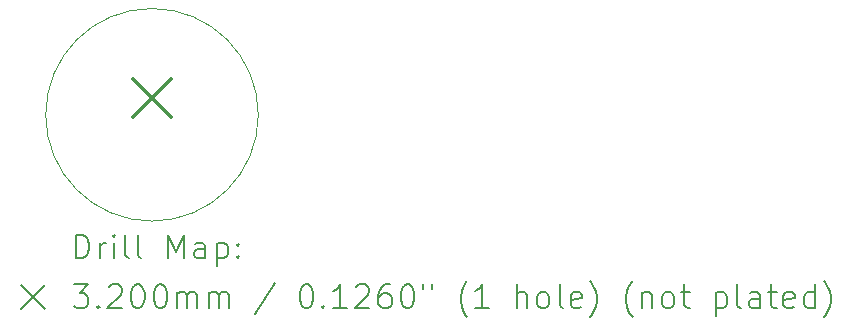
<source format=gbr>
%TF.GenerationSoftware,KiCad,Pcbnew,7.0.7*%
%TF.CreationDate,2024-02-29T18:23:33-07:00*%
%TF.ProjectId,Torpedo Circuit board,546f7270-6564-46f2-9043-697263756974,rev?*%
%TF.SameCoordinates,Original*%
%TF.FileFunction,Drillmap*%
%TF.FilePolarity,Positive*%
%FSLAX45Y45*%
G04 Gerber Fmt 4.5, Leading zero omitted, Abs format (unit mm)*
G04 Created by KiCad (PCBNEW 7.0.7) date 2024-02-29 18:23:33*
%MOMM*%
%LPD*%
G01*
G04 APERTURE LIST*
%ADD10C,0.100000*%
%ADD11C,0.200000*%
%ADD12C,0.320000*%
G04 APERTURE END LIST*
D10*
X15350000Y-11210000D02*
G75*
G03*
X15350000Y-11210000I-900000J0D01*
G01*
D11*
D12*
X14290000Y-10910000D02*
X14610000Y-11230000D01*
X14610000Y-10910000D02*
X14290000Y-11230000D01*
D11*
X13805777Y-12426484D02*
X13805777Y-12226484D01*
X13805777Y-12226484D02*
X13853396Y-12226484D01*
X13853396Y-12226484D02*
X13881967Y-12236008D01*
X13881967Y-12236008D02*
X13901015Y-12255055D01*
X13901015Y-12255055D02*
X13910539Y-12274103D01*
X13910539Y-12274103D02*
X13920062Y-12312198D01*
X13920062Y-12312198D02*
X13920062Y-12340769D01*
X13920062Y-12340769D02*
X13910539Y-12378865D01*
X13910539Y-12378865D02*
X13901015Y-12397912D01*
X13901015Y-12397912D02*
X13881967Y-12416960D01*
X13881967Y-12416960D02*
X13853396Y-12426484D01*
X13853396Y-12426484D02*
X13805777Y-12426484D01*
X14005777Y-12426484D02*
X14005777Y-12293150D01*
X14005777Y-12331246D02*
X14015301Y-12312198D01*
X14015301Y-12312198D02*
X14024824Y-12302674D01*
X14024824Y-12302674D02*
X14043872Y-12293150D01*
X14043872Y-12293150D02*
X14062920Y-12293150D01*
X14129586Y-12426484D02*
X14129586Y-12293150D01*
X14129586Y-12226484D02*
X14120062Y-12236008D01*
X14120062Y-12236008D02*
X14129586Y-12245531D01*
X14129586Y-12245531D02*
X14139110Y-12236008D01*
X14139110Y-12236008D02*
X14129586Y-12226484D01*
X14129586Y-12226484D02*
X14129586Y-12245531D01*
X14253396Y-12426484D02*
X14234348Y-12416960D01*
X14234348Y-12416960D02*
X14224824Y-12397912D01*
X14224824Y-12397912D02*
X14224824Y-12226484D01*
X14358158Y-12426484D02*
X14339110Y-12416960D01*
X14339110Y-12416960D02*
X14329586Y-12397912D01*
X14329586Y-12397912D02*
X14329586Y-12226484D01*
X14586729Y-12426484D02*
X14586729Y-12226484D01*
X14586729Y-12226484D02*
X14653396Y-12369341D01*
X14653396Y-12369341D02*
X14720062Y-12226484D01*
X14720062Y-12226484D02*
X14720062Y-12426484D01*
X14901015Y-12426484D02*
X14901015Y-12321722D01*
X14901015Y-12321722D02*
X14891491Y-12302674D01*
X14891491Y-12302674D02*
X14872443Y-12293150D01*
X14872443Y-12293150D02*
X14834348Y-12293150D01*
X14834348Y-12293150D02*
X14815301Y-12302674D01*
X14901015Y-12416960D02*
X14881967Y-12426484D01*
X14881967Y-12426484D02*
X14834348Y-12426484D01*
X14834348Y-12426484D02*
X14815301Y-12416960D01*
X14815301Y-12416960D02*
X14805777Y-12397912D01*
X14805777Y-12397912D02*
X14805777Y-12378865D01*
X14805777Y-12378865D02*
X14815301Y-12359817D01*
X14815301Y-12359817D02*
X14834348Y-12350293D01*
X14834348Y-12350293D02*
X14881967Y-12350293D01*
X14881967Y-12350293D02*
X14901015Y-12340769D01*
X14996253Y-12293150D02*
X14996253Y-12493150D01*
X14996253Y-12302674D02*
X15015301Y-12293150D01*
X15015301Y-12293150D02*
X15053396Y-12293150D01*
X15053396Y-12293150D02*
X15072443Y-12302674D01*
X15072443Y-12302674D02*
X15081967Y-12312198D01*
X15081967Y-12312198D02*
X15091491Y-12331246D01*
X15091491Y-12331246D02*
X15091491Y-12388388D01*
X15091491Y-12388388D02*
X15081967Y-12407436D01*
X15081967Y-12407436D02*
X15072443Y-12416960D01*
X15072443Y-12416960D02*
X15053396Y-12426484D01*
X15053396Y-12426484D02*
X15015301Y-12426484D01*
X15015301Y-12426484D02*
X14996253Y-12416960D01*
X15177205Y-12407436D02*
X15186729Y-12416960D01*
X15186729Y-12416960D02*
X15177205Y-12426484D01*
X15177205Y-12426484D02*
X15167682Y-12416960D01*
X15167682Y-12416960D02*
X15177205Y-12407436D01*
X15177205Y-12407436D02*
X15177205Y-12426484D01*
X15177205Y-12302674D02*
X15186729Y-12312198D01*
X15186729Y-12312198D02*
X15177205Y-12321722D01*
X15177205Y-12321722D02*
X15167682Y-12312198D01*
X15167682Y-12312198D02*
X15177205Y-12302674D01*
X15177205Y-12302674D02*
X15177205Y-12321722D01*
X13345000Y-12655000D02*
X13545000Y-12855000D01*
X13545000Y-12655000D02*
X13345000Y-12855000D01*
X13786729Y-12646484D02*
X13910539Y-12646484D01*
X13910539Y-12646484D02*
X13843872Y-12722674D01*
X13843872Y-12722674D02*
X13872443Y-12722674D01*
X13872443Y-12722674D02*
X13891491Y-12732198D01*
X13891491Y-12732198D02*
X13901015Y-12741722D01*
X13901015Y-12741722D02*
X13910539Y-12760769D01*
X13910539Y-12760769D02*
X13910539Y-12808388D01*
X13910539Y-12808388D02*
X13901015Y-12827436D01*
X13901015Y-12827436D02*
X13891491Y-12836960D01*
X13891491Y-12836960D02*
X13872443Y-12846484D01*
X13872443Y-12846484D02*
X13815301Y-12846484D01*
X13815301Y-12846484D02*
X13796253Y-12836960D01*
X13796253Y-12836960D02*
X13786729Y-12827436D01*
X13996253Y-12827436D02*
X14005777Y-12836960D01*
X14005777Y-12836960D02*
X13996253Y-12846484D01*
X13996253Y-12846484D02*
X13986729Y-12836960D01*
X13986729Y-12836960D02*
X13996253Y-12827436D01*
X13996253Y-12827436D02*
X13996253Y-12846484D01*
X14081967Y-12665531D02*
X14091491Y-12656008D01*
X14091491Y-12656008D02*
X14110539Y-12646484D01*
X14110539Y-12646484D02*
X14158158Y-12646484D01*
X14158158Y-12646484D02*
X14177205Y-12656008D01*
X14177205Y-12656008D02*
X14186729Y-12665531D01*
X14186729Y-12665531D02*
X14196253Y-12684579D01*
X14196253Y-12684579D02*
X14196253Y-12703627D01*
X14196253Y-12703627D02*
X14186729Y-12732198D01*
X14186729Y-12732198D02*
X14072443Y-12846484D01*
X14072443Y-12846484D02*
X14196253Y-12846484D01*
X14320062Y-12646484D02*
X14339110Y-12646484D01*
X14339110Y-12646484D02*
X14358158Y-12656008D01*
X14358158Y-12656008D02*
X14367682Y-12665531D01*
X14367682Y-12665531D02*
X14377205Y-12684579D01*
X14377205Y-12684579D02*
X14386729Y-12722674D01*
X14386729Y-12722674D02*
X14386729Y-12770293D01*
X14386729Y-12770293D02*
X14377205Y-12808388D01*
X14377205Y-12808388D02*
X14367682Y-12827436D01*
X14367682Y-12827436D02*
X14358158Y-12836960D01*
X14358158Y-12836960D02*
X14339110Y-12846484D01*
X14339110Y-12846484D02*
X14320062Y-12846484D01*
X14320062Y-12846484D02*
X14301015Y-12836960D01*
X14301015Y-12836960D02*
X14291491Y-12827436D01*
X14291491Y-12827436D02*
X14281967Y-12808388D01*
X14281967Y-12808388D02*
X14272443Y-12770293D01*
X14272443Y-12770293D02*
X14272443Y-12722674D01*
X14272443Y-12722674D02*
X14281967Y-12684579D01*
X14281967Y-12684579D02*
X14291491Y-12665531D01*
X14291491Y-12665531D02*
X14301015Y-12656008D01*
X14301015Y-12656008D02*
X14320062Y-12646484D01*
X14510539Y-12646484D02*
X14529586Y-12646484D01*
X14529586Y-12646484D02*
X14548634Y-12656008D01*
X14548634Y-12656008D02*
X14558158Y-12665531D01*
X14558158Y-12665531D02*
X14567682Y-12684579D01*
X14567682Y-12684579D02*
X14577205Y-12722674D01*
X14577205Y-12722674D02*
X14577205Y-12770293D01*
X14577205Y-12770293D02*
X14567682Y-12808388D01*
X14567682Y-12808388D02*
X14558158Y-12827436D01*
X14558158Y-12827436D02*
X14548634Y-12836960D01*
X14548634Y-12836960D02*
X14529586Y-12846484D01*
X14529586Y-12846484D02*
X14510539Y-12846484D01*
X14510539Y-12846484D02*
X14491491Y-12836960D01*
X14491491Y-12836960D02*
X14481967Y-12827436D01*
X14481967Y-12827436D02*
X14472443Y-12808388D01*
X14472443Y-12808388D02*
X14462920Y-12770293D01*
X14462920Y-12770293D02*
X14462920Y-12722674D01*
X14462920Y-12722674D02*
X14472443Y-12684579D01*
X14472443Y-12684579D02*
X14481967Y-12665531D01*
X14481967Y-12665531D02*
X14491491Y-12656008D01*
X14491491Y-12656008D02*
X14510539Y-12646484D01*
X14662920Y-12846484D02*
X14662920Y-12713150D01*
X14662920Y-12732198D02*
X14672443Y-12722674D01*
X14672443Y-12722674D02*
X14691491Y-12713150D01*
X14691491Y-12713150D02*
X14720063Y-12713150D01*
X14720063Y-12713150D02*
X14739110Y-12722674D01*
X14739110Y-12722674D02*
X14748634Y-12741722D01*
X14748634Y-12741722D02*
X14748634Y-12846484D01*
X14748634Y-12741722D02*
X14758158Y-12722674D01*
X14758158Y-12722674D02*
X14777205Y-12713150D01*
X14777205Y-12713150D02*
X14805777Y-12713150D01*
X14805777Y-12713150D02*
X14824824Y-12722674D01*
X14824824Y-12722674D02*
X14834348Y-12741722D01*
X14834348Y-12741722D02*
X14834348Y-12846484D01*
X14929586Y-12846484D02*
X14929586Y-12713150D01*
X14929586Y-12732198D02*
X14939110Y-12722674D01*
X14939110Y-12722674D02*
X14958158Y-12713150D01*
X14958158Y-12713150D02*
X14986729Y-12713150D01*
X14986729Y-12713150D02*
X15005777Y-12722674D01*
X15005777Y-12722674D02*
X15015301Y-12741722D01*
X15015301Y-12741722D02*
X15015301Y-12846484D01*
X15015301Y-12741722D02*
X15024824Y-12722674D01*
X15024824Y-12722674D02*
X15043872Y-12713150D01*
X15043872Y-12713150D02*
X15072443Y-12713150D01*
X15072443Y-12713150D02*
X15091491Y-12722674D01*
X15091491Y-12722674D02*
X15101015Y-12741722D01*
X15101015Y-12741722D02*
X15101015Y-12846484D01*
X15491491Y-12636960D02*
X15320063Y-12894103D01*
X15748634Y-12646484D02*
X15767682Y-12646484D01*
X15767682Y-12646484D02*
X15786729Y-12656008D01*
X15786729Y-12656008D02*
X15796253Y-12665531D01*
X15796253Y-12665531D02*
X15805777Y-12684579D01*
X15805777Y-12684579D02*
X15815301Y-12722674D01*
X15815301Y-12722674D02*
X15815301Y-12770293D01*
X15815301Y-12770293D02*
X15805777Y-12808388D01*
X15805777Y-12808388D02*
X15796253Y-12827436D01*
X15796253Y-12827436D02*
X15786729Y-12836960D01*
X15786729Y-12836960D02*
X15767682Y-12846484D01*
X15767682Y-12846484D02*
X15748634Y-12846484D01*
X15748634Y-12846484D02*
X15729586Y-12836960D01*
X15729586Y-12836960D02*
X15720063Y-12827436D01*
X15720063Y-12827436D02*
X15710539Y-12808388D01*
X15710539Y-12808388D02*
X15701015Y-12770293D01*
X15701015Y-12770293D02*
X15701015Y-12722674D01*
X15701015Y-12722674D02*
X15710539Y-12684579D01*
X15710539Y-12684579D02*
X15720063Y-12665531D01*
X15720063Y-12665531D02*
X15729586Y-12656008D01*
X15729586Y-12656008D02*
X15748634Y-12646484D01*
X15901015Y-12827436D02*
X15910539Y-12836960D01*
X15910539Y-12836960D02*
X15901015Y-12846484D01*
X15901015Y-12846484D02*
X15891491Y-12836960D01*
X15891491Y-12836960D02*
X15901015Y-12827436D01*
X15901015Y-12827436D02*
X15901015Y-12846484D01*
X16101015Y-12846484D02*
X15986729Y-12846484D01*
X16043872Y-12846484D02*
X16043872Y-12646484D01*
X16043872Y-12646484D02*
X16024825Y-12675055D01*
X16024825Y-12675055D02*
X16005777Y-12694103D01*
X16005777Y-12694103D02*
X15986729Y-12703627D01*
X16177206Y-12665531D02*
X16186729Y-12656008D01*
X16186729Y-12656008D02*
X16205777Y-12646484D01*
X16205777Y-12646484D02*
X16253396Y-12646484D01*
X16253396Y-12646484D02*
X16272444Y-12656008D01*
X16272444Y-12656008D02*
X16281967Y-12665531D01*
X16281967Y-12665531D02*
X16291491Y-12684579D01*
X16291491Y-12684579D02*
X16291491Y-12703627D01*
X16291491Y-12703627D02*
X16281967Y-12732198D01*
X16281967Y-12732198D02*
X16167682Y-12846484D01*
X16167682Y-12846484D02*
X16291491Y-12846484D01*
X16462920Y-12646484D02*
X16424825Y-12646484D01*
X16424825Y-12646484D02*
X16405777Y-12656008D01*
X16405777Y-12656008D02*
X16396253Y-12665531D01*
X16396253Y-12665531D02*
X16377206Y-12694103D01*
X16377206Y-12694103D02*
X16367682Y-12732198D01*
X16367682Y-12732198D02*
X16367682Y-12808388D01*
X16367682Y-12808388D02*
X16377206Y-12827436D01*
X16377206Y-12827436D02*
X16386729Y-12836960D01*
X16386729Y-12836960D02*
X16405777Y-12846484D01*
X16405777Y-12846484D02*
X16443872Y-12846484D01*
X16443872Y-12846484D02*
X16462920Y-12836960D01*
X16462920Y-12836960D02*
X16472444Y-12827436D01*
X16472444Y-12827436D02*
X16481967Y-12808388D01*
X16481967Y-12808388D02*
X16481967Y-12760769D01*
X16481967Y-12760769D02*
X16472444Y-12741722D01*
X16472444Y-12741722D02*
X16462920Y-12732198D01*
X16462920Y-12732198D02*
X16443872Y-12722674D01*
X16443872Y-12722674D02*
X16405777Y-12722674D01*
X16405777Y-12722674D02*
X16386729Y-12732198D01*
X16386729Y-12732198D02*
X16377206Y-12741722D01*
X16377206Y-12741722D02*
X16367682Y-12760769D01*
X16605777Y-12646484D02*
X16624825Y-12646484D01*
X16624825Y-12646484D02*
X16643872Y-12656008D01*
X16643872Y-12656008D02*
X16653396Y-12665531D01*
X16653396Y-12665531D02*
X16662920Y-12684579D01*
X16662920Y-12684579D02*
X16672444Y-12722674D01*
X16672444Y-12722674D02*
X16672444Y-12770293D01*
X16672444Y-12770293D02*
X16662920Y-12808388D01*
X16662920Y-12808388D02*
X16653396Y-12827436D01*
X16653396Y-12827436D02*
X16643872Y-12836960D01*
X16643872Y-12836960D02*
X16624825Y-12846484D01*
X16624825Y-12846484D02*
X16605777Y-12846484D01*
X16605777Y-12846484D02*
X16586729Y-12836960D01*
X16586729Y-12836960D02*
X16577206Y-12827436D01*
X16577206Y-12827436D02*
X16567682Y-12808388D01*
X16567682Y-12808388D02*
X16558158Y-12770293D01*
X16558158Y-12770293D02*
X16558158Y-12722674D01*
X16558158Y-12722674D02*
X16567682Y-12684579D01*
X16567682Y-12684579D02*
X16577206Y-12665531D01*
X16577206Y-12665531D02*
X16586729Y-12656008D01*
X16586729Y-12656008D02*
X16605777Y-12646484D01*
X16748634Y-12646484D02*
X16748634Y-12684579D01*
X16824825Y-12646484D02*
X16824825Y-12684579D01*
X17120063Y-12922674D02*
X17110539Y-12913150D01*
X17110539Y-12913150D02*
X17091491Y-12884579D01*
X17091491Y-12884579D02*
X17081968Y-12865531D01*
X17081968Y-12865531D02*
X17072444Y-12836960D01*
X17072444Y-12836960D02*
X17062920Y-12789341D01*
X17062920Y-12789341D02*
X17062920Y-12751246D01*
X17062920Y-12751246D02*
X17072444Y-12703627D01*
X17072444Y-12703627D02*
X17081968Y-12675055D01*
X17081968Y-12675055D02*
X17091491Y-12656008D01*
X17091491Y-12656008D02*
X17110539Y-12627436D01*
X17110539Y-12627436D02*
X17120063Y-12617912D01*
X17301015Y-12846484D02*
X17186730Y-12846484D01*
X17243872Y-12846484D02*
X17243872Y-12646484D01*
X17243872Y-12646484D02*
X17224825Y-12675055D01*
X17224825Y-12675055D02*
X17205777Y-12694103D01*
X17205777Y-12694103D02*
X17186730Y-12703627D01*
X17539111Y-12846484D02*
X17539111Y-12646484D01*
X17624825Y-12846484D02*
X17624825Y-12741722D01*
X17624825Y-12741722D02*
X17615301Y-12722674D01*
X17615301Y-12722674D02*
X17596253Y-12713150D01*
X17596253Y-12713150D02*
X17567682Y-12713150D01*
X17567682Y-12713150D02*
X17548634Y-12722674D01*
X17548634Y-12722674D02*
X17539111Y-12732198D01*
X17748634Y-12846484D02*
X17729587Y-12836960D01*
X17729587Y-12836960D02*
X17720063Y-12827436D01*
X17720063Y-12827436D02*
X17710539Y-12808388D01*
X17710539Y-12808388D02*
X17710539Y-12751246D01*
X17710539Y-12751246D02*
X17720063Y-12732198D01*
X17720063Y-12732198D02*
X17729587Y-12722674D01*
X17729587Y-12722674D02*
X17748634Y-12713150D01*
X17748634Y-12713150D02*
X17777206Y-12713150D01*
X17777206Y-12713150D02*
X17796253Y-12722674D01*
X17796253Y-12722674D02*
X17805777Y-12732198D01*
X17805777Y-12732198D02*
X17815301Y-12751246D01*
X17815301Y-12751246D02*
X17815301Y-12808388D01*
X17815301Y-12808388D02*
X17805777Y-12827436D01*
X17805777Y-12827436D02*
X17796253Y-12836960D01*
X17796253Y-12836960D02*
X17777206Y-12846484D01*
X17777206Y-12846484D02*
X17748634Y-12846484D01*
X17929587Y-12846484D02*
X17910539Y-12836960D01*
X17910539Y-12836960D02*
X17901015Y-12817912D01*
X17901015Y-12817912D02*
X17901015Y-12646484D01*
X18081968Y-12836960D02*
X18062920Y-12846484D01*
X18062920Y-12846484D02*
X18024825Y-12846484D01*
X18024825Y-12846484D02*
X18005777Y-12836960D01*
X18005777Y-12836960D02*
X17996253Y-12817912D01*
X17996253Y-12817912D02*
X17996253Y-12741722D01*
X17996253Y-12741722D02*
X18005777Y-12722674D01*
X18005777Y-12722674D02*
X18024825Y-12713150D01*
X18024825Y-12713150D02*
X18062920Y-12713150D01*
X18062920Y-12713150D02*
X18081968Y-12722674D01*
X18081968Y-12722674D02*
X18091492Y-12741722D01*
X18091492Y-12741722D02*
X18091492Y-12760769D01*
X18091492Y-12760769D02*
X17996253Y-12779817D01*
X18158158Y-12922674D02*
X18167682Y-12913150D01*
X18167682Y-12913150D02*
X18186730Y-12884579D01*
X18186730Y-12884579D02*
X18196253Y-12865531D01*
X18196253Y-12865531D02*
X18205777Y-12836960D01*
X18205777Y-12836960D02*
X18215301Y-12789341D01*
X18215301Y-12789341D02*
X18215301Y-12751246D01*
X18215301Y-12751246D02*
X18205777Y-12703627D01*
X18205777Y-12703627D02*
X18196253Y-12675055D01*
X18196253Y-12675055D02*
X18186730Y-12656008D01*
X18186730Y-12656008D02*
X18167682Y-12627436D01*
X18167682Y-12627436D02*
X18158158Y-12617912D01*
X18520063Y-12922674D02*
X18510539Y-12913150D01*
X18510539Y-12913150D02*
X18491492Y-12884579D01*
X18491492Y-12884579D02*
X18481968Y-12865531D01*
X18481968Y-12865531D02*
X18472444Y-12836960D01*
X18472444Y-12836960D02*
X18462920Y-12789341D01*
X18462920Y-12789341D02*
X18462920Y-12751246D01*
X18462920Y-12751246D02*
X18472444Y-12703627D01*
X18472444Y-12703627D02*
X18481968Y-12675055D01*
X18481968Y-12675055D02*
X18491492Y-12656008D01*
X18491492Y-12656008D02*
X18510539Y-12627436D01*
X18510539Y-12627436D02*
X18520063Y-12617912D01*
X18596253Y-12713150D02*
X18596253Y-12846484D01*
X18596253Y-12732198D02*
X18605777Y-12722674D01*
X18605777Y-12722674D02*
X18624825Y-12713150D01*
X18624825Y-12713150D02*
X18653396Y-12713150D01*
X18653396Y-12713150D02*
X18672444Y-12722674D01*
X18672444Y-12722674D02*
X18681968Y-12741722D01*
X18681968Y-12741722D02*
X18681968Y-12846484D01*
X18805777Y-12846484D02*
X18786730Y-12836960D01*
X18786730Y-12836960D02*
X18777206Y-12827436D01*
X18777206Y-12827436D02*
X18767682Y-12808388D01*
X18767682Y-12808388D02*
X18767682Y-12751246D01*
X18767682Y-12751246D02*
X18777206Y-12732198D01*
X18777206Y-12732198D02*
X18786730Y-12722674D01*
X18786730Y-12722674D02*
X18805777Y-12713150D01*
X18805777Y-12713150D02*
X18834349Y-12713150D01*
X18834349Y-12713150D02*
X18853396Y-12722674D01*
X18853396Y-12722674D02*
X18862920Y-12732198D01*
X18862920Y-12732198D02*
X18872444Y-12751246D01*
X18872444Y-12751246D02*
X18872444Y-12808388D01*
X18872444Y-12808388D02*
X18862920Y-12827436D01*
X18862920Y-12827436D02*
X18853396Y-12836960D01*
X18853396Y-12836960D02*
X18834349Y-12846484D01*
X18834349Y-12846484D02*
X18805777Y-12846484D01*
X18929587Y-12713150D02*
X19005777Y-12713150D01*
X18958158Y-12646484D02*
X18958158Y-12817912D01*
X18958158Y-12817912D02*
X18967682Y-12836960D01*
X18967682Y-12836960D02*
X18986730Y-12846484D01*
X18986730Y-12846484D02*
X19005777Y-12846484D01*
X19224825Y-12713150D02*
X19224825Y-12913150D01*
X19224825Y-12722674D02*
X19243873Y-12713150D01*
X19243873Y-12713150D02*
X19281968Y-12713150D01*
X19281968Y-12713150D02*
X19301015Y-12722674D01*
X19301015Y-12722674D02*
X19310539Y-12732198D01*
X19310539Y-12732198D02*
X19320063Y-12751246D01*
X19320063Y-12751246D02*
X19320063Y-12808388D01*
X19320063Y-12808388D02*
X19310539Y-12827436D01*
X19310539Y-12827436D02*
X19301015Y-12836960D01*
X19301015Y-12836960D02*
X19281968Y-12846484D01*
X19281968Y-12846484D02*
X19243873Y-12846484D01*
X19243873Y-12846484D02*
X19224825Y-12836960D01*
X19434349Y-12846484D02*
X19415301Y-12836960D01*
X19415301Y-12836960D02*
X19405777Y-12817912D01*
X19405777Y-12817912D02*
X19405777Y-12646484D01*
X19596254Y-12846484D02*
X19596254Y-12741722D01*
X19596254Y-12741722D02*
X19586730Y-12722674D01*
X19586730Y-12722674D02*
X19567682Y-12713150D01*
X19567682Y-12713150D02*
X19529587Y-12713150D01*
X19529587Y-12713150D02*
X19510539Y-12722674D01*
X19596254Y-12836960D02*
X19577206Y-12846484D01*
X19577206Y-12846484D02*
X19529587Y-12846484D01*
X19529587Y-12846484D02*
X19510539Y-12836960D01*
X19510539Y-12836960D02*
X19501015Y-12817912D01*
X19501015Y-12817912D02*
X19501015Y-12798865D01*
X19501015Y-12798865D02*
X19510539Y-12779817D01*
X19510539Y-12779817D02*
X19529587Y-12770293D01*
X19529587Y-12770293D02*
X19577206Y-12770293D01*
X19577206Y-12770293D02*
X19596254Y-12760769D01*
X19662920Y-12713150D02*
X19739111Y-12713150D01*
X19691492Y-12646484D02*
X19691492Y-12817912D01*
X19691492Y-12817912D02*
X19701015Y-12836960D01*
X19701015Y-12836960D02*
X19720063Y-12846484D01*
X19720063Y-12846484D02*
X19739111Y-12846484D01*
X19881968Y-12836960D02*
X19862920Y-12846484D01*
X19862920Y-12846484D02*
X19824825Y-12846484D01*
X19824825Y-12846484D02*
X19805777Y-12836960D01*
X19805777Y-12836960D02*
X19796254Y-12817912D01*
X19796254Y-12817912D02*
X19796254Y-12741722D01*
X19796254Y-12741722D02*
X19805777Y-12722674D01*
X19805777Y-12722674D02*
X19824825Y-12713150D01*
X19824825Y-12713150D02*
X19862920Y-12713150D01*
X19862920Y-12713150D02*
X19881968Y-12722674D01*
X19881968Y-12722674D02*
X19891492Y-12741722D01*
X19891492Y-12741722D02*
X19891492Y-12760769D01*
X19891492Y-12760769D02*
X19796254Y-12779817D01*
X20062920Y-12846484D02*
X20062920Y-12646484D01*
X20062920Y-12836960D02*
X20043873Y-12846484D01*
X20043873Y-12846484D02*
X20005777Y-12846484D01*
X20005777Y-12846484D02*
X19986730Y-12836960D01*
X19986730Y-12836960D02*
X19977206Y-12827436D01*
X19977206Y-12827436D02*
X19967682Y-12808388D01*
X19967682Y-12808388D02*
X19967682Y-12751246D01*
X19967682Y-12751246D02*
X19977206Y-12732198D01*
X19977206Y-12732198D02*
X19986730Y-12722674D01*
X19986730Y-12722674D02*
X20005777Y-12713150D01*
X20005777Y-12713150D02*
X20043873Y-12713150D01*
X20043873Y-12713150D02*
X20062920Y-12722674D01*
X20139111Y-12922674D02*
X20148635Y-12913150D01*
X20148635Y-12913150D02*
X20167682Y-12884579D01*
X20167682Y-12884579D02*
X20177206Y-12865531D01*
X20177206Y-12865531D02*
X20186730Y-12836960D01*
X20186730Y-12836960D02*
X20196254Y-12789341D01*
X20196254Y-12789341D02*
X20196254Y-12751246D01*
X20196254Y-12751246D02*
X20186730Y-12703627D01*
X20186730Y-12703627D02*
X20177206Y-12675055D01*
X20177206Y-12675055D02*
X20167682Y-12656008D01*
X20167682Y-12656008D02*
X20148635Y-12627436D01*
X20148635Y-12627436D02*
X20139111Y-12617912D01*
M02*

</source>
